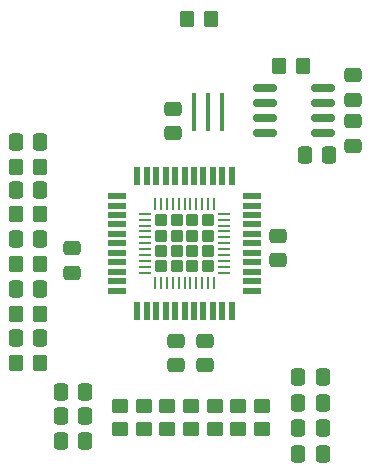
<source format=gbr>
%TF.GenerationSoftware,KiCad,Pcbnew,(6.0.9)*%
%TF.CreationDate,2024-03-01T19:09:02+01:00*%
%TF.ProjectId,HMW-IO-12-FM,484d572d-494f-42d3-9132-2d464d2e6b69,rev?*%
%TF.SameCoordinates,Original*%
%TF.FileFunction,Paste,Bot*%
%TF.FilePolarity,Positive*%
%FSLAX46Y46*%
G04 Gerber Fmt 4.6, Leading zero omitted, Abs format (unit mm)*
G04 Created by KiCad (PCBNEW (6.0.9)) date 2024-03-01 19:09:02*
%MOMM*%
%LPD*%
G01*
G04 APERTURE LIST*
G04 Aperture macros list*
%AMRoundRect*
0 Rectangle with rounded corners*
0 $1 Rounding radius*
0 $2 $3 $4 $5 $6 $7 $8 $9 X,Y pos of 4 corners*
0 Add a 4 corners polygon primitive as box body*
4,1,4,$2,$3,$4,$5,$6,$7,$8,$9,$2,$3,0*
0 Add four circle primitives for the rounded corners*
1,1,$1+$1,$2,$3*
1,1,$1+$1,$4,$5*
1,1,$1+$1,$6,$7*
1,1,$1+$1,$8,$9*
0 Add four rect primitives between the rounded corners*
20,1,$1+$1,$2,$3,$4,$5,0*
20,1,$1+$1,$4,$5,$6,$7,0*
20,1,$1+$1,$6,$7,$8,$9,0*
20,1,$1+$1,$8,$9,$2,$3,0*%
G04 Aperture macros list end*
%ADD10RoundRect,0.250000X-0.337500X-0.475000X0.337500X-0.475000X0.337500X0.475000X-0.337500X0.475000X0*%
%ADD11RoundRect,0.250000X0.450000X-0.350000X0.450000X0.350000X-0.450000X0.350000X-0.450000X-0.350000X0*%
%ADD12R,0.400000X3.200000*%
%ADD13RoundRect,0.250000X-0.350000X-0.450000X0.350000X-0.450000X0.350000X0.450000X-0.350000X0.450000X0*%
%ADD14RoundRect,0.250000X0.337500X0.475000X-0.337500X0.475000X-0.337500X-0.475000X0.337500X-0.475000X0*%
%ADD15RoundRect,0.250000X-0.475000X0.337500X-0.475000X-0.337500X0.475000X-0.337500X0.475000X0.337500X0*%
%ADD16R,0.550000X1.500000*%
%ADD17R,1.500000X0.550000*%
%ADD18RoundRect,0.250000X0.475000X-0.337500X0.475000X0.337500X-0.475000X0.337500X-0.475000X-0.337500X0*%
%ADD19RoundRect,0.250000X0.350000X0.450000X-0.350000X0.450000X-0.350000X-0.450000X0.350000X-0.450000X0*%
%ADD20RoundRect,0.250000X-0.275000X0.275000X-0.275000X-0.275000X0.275000X-0.275000X0.275000X0.275000X0*%
%ADD21RoundRect,0.062500X-0.062500X0.475000X-0.062500X-0.475000X0.062500X-0.475000X0.062500X0.475000X0*%
%ADD22RoundRect,0.062500X-0.475000X0.062500X-0.475000X-0.062500X0.475000X-0.062500X0.475000X0.062500X0*%
%ADD23RoundRect,0.150000X-0.825000X-0.150000X0.825000X-0.150000X0.825000X0.150000X-0.825000X0.150000X0*%
G04 APERTURE END LIST*
D10*
%TO.C,C2*%
X138762500Y-89500000D03*
X140837500Y-89500000D03*
%TD*%
D11*
%TO.C,R4*%
X149800000Y-88500000D03*
X149800000Y-86500000D03*
%TD*%
D12*
%TO.C,Q1*%
X152450000Y-61600000D03*
X151250000Y-61600000D03*
X150050000Y-61600000D03*
%TD*%
D10*
%TO.C,C4*%
X138762500Y-85300000D03*
X140837500Y-85300000D03*
%TD*%
%TO.C,C3*%
X138762500Y-87400000D03*
X140837500Y-87400000D03*
%TD*%
D13*
%TO.C,R12*%
X135000000Y-66250000D03*
X137000000Y-66250000D03*
%TD*%
D14*
%TO.C,C1*%
X160937500Y-84100000D03*
X158862500Y-84100000D03*
%TD*%
D15*
%TO.C,C23*%
X157200000Y-72125000D03*
X157200000Y-74200000D03*
%TD*%
D10*
%TO.C,C9*%
X134962500Y-76600000D03*
X137037500Y-76600000D03*
%TD*%
D16*
%TO.C,IC1*%
X145250000Y-67050000D03*
X146050000Y-67050000D03*
X146850000Y-67050000D03*
X147650000Y-67050000D03*
X148450000Y-67050000D03*
X149250000Y-67050000D03*
X150050000Y-67050000D03*
X150850000Y-67050000D03*
X151650000Y-67050000D03*
X152450000Y-67050000D03*
X153250000Y-67050000D03*
D17*
X154950000Y-68750000D03*
X154950000Y-69550000D03*
X154950000Y-70350000D03*
X154950000Y-71150000D03*
X154950000Y-71950000D03*
X154950000Y-72750000D03*
X154950000Y-73550000D03*
X154950000Y-74350000D03*
X154950000Y-75150000D03*
X154950000Y-75950000D03*
X154950000Y-76750000D03*
D16*
X153250000Y-78450000D03*
X152450000Y-78450000D03*
X151650000Y-78450000D03*
X150850000Y-78450000D03*
X150050000Y-78450000D03*
X149250000Y-78450000D03*
X148450000Y-78450000D03*
X147650000Y-78450000D03*
X146850000Y-78450000D03*
X146050000Y-78450000D03*
X145250000Y-78450000D03*
D17*
X143550000Y-76750000D03*
X143550000Y-75950000D03*
X143550000Y-75150000D03*
X143550000Y-74350000D03*
X143550000Y-73550000D03*
X143550000Y-72750000D03*
X143550000Y-71950000D03*
X143550000Y-71150000D03*
X143550000Y-70350000D03*
X143550000Y-69550000D03*
X143550000Y-68750000D03*
%TD*%
D14*
%TO.C,C27*%
X161500000Y-65250000D03*
X159425000Y-65250000D03*
%TD*%
D11*
%TO.C,R5*%
X147800000Y-88500000D03*
X147800000Y-86500000D03*
%TD*%
D18*
%TO.C,C13*%
X148500000Y-83075000D03*
X148500000Y-81000000D03*
%TD*%
D10*
%TO.C,C11*%
X134962500Y-68200000D03*
X137037500Y-68200000D03*
%TD*%
%TO.C,C12*%
X134962500Y-64200000D03*
X137037500Y-64200000D03*
%TD*%
%TO.C,C8*%
X134962500Y-80800000D03*
X137037500Y-80800000D03*
%TD*%
D13*
%TO.C,R8*%
X135000000Y-82900000D03*
X137000000Y-82900000D03*
%TD*%
D19*
%TO.C,R13*%
X151500000Y-53750000D03*
X149500000Y-53750000D03*
%TD*%
D14*
%TO.C,C7*%
X160937500Y-90600000D03*
X158862500Y-90600000D03*
%TD*%
D18*
%TO.C,C25*%
X139700000Y-75237500D03*
X139700000Y-73162500D03*
%TD*%
D20*
%TO.C,IC2*%
X151200000Y-70800000D03*
X148600000Y-73400000D03*
X149900000Y-70800000D03*
X151200000Y-74700000D03*
X151200000Y-73400000D03*
X147300000Y-72100000D03*
X149900000Y-72100000D03*
X148600000Y-72100000D03*
X149900000Y-74700000D03*
X147300000Y-74700000D03*
X148600000Y-74700000D03*
X151200000Y-72100000D03*
X149900000Y-73400000D03*
X147300000Y-70800000D03*
X147300000Y-73400000D03*
X148600000Y-70800000D03*
D21*
X146750000Y-69412500D03*
X147250000Y-69412500D03*
X147750000Y-69412500D03*
X148250000Y-69412500D03*
X148750000Y-69412500D03*
X149250000Y-69412500D03*
X149750000Y-69412500D03*
X150250000Y-69412500D03*
X150750000Y-69412500D03*
X151250000Y-69412500D03*
X151750000Y-69412500D03*
D22*
X152587500Y-70250000D03*
X152587500Y-70750000D03*
X152587500Y-71250000D03*
X152587500Y-71750000D03*
X152587500Y-72250000D03*
X152587500Y-72750000D03*
X152587500Y-73250000D03*
X152587500Y-73750000D03*
X152587500Y-74250000D03*
X152587500Y-74750000D03*
X152587500Y-75250000D03*
D21*
X151750000Y-76087500D03*
X151250000Y-76087500D03*
X150750000Y-76087500D03*
X150250000Y-76087500D03*
X149750000Y-76087500D03*
X149250000Y-76087500D03*
X148750000Y-76087500D03*
X148250000Y-76087500D03*
X147750000Y-76087500D03*
X147250000Y-76087500D03*
X146750000Y-76087500D03*
D22*
X145912500Y-75250000D03*
X145912500Y-74750000D03*
X145912500Y-74250000D03*
X145912500Y-73750000D03*
X145912500Y-73250000D03*
X145912500Y-72750000D03*
X145912500Y-72250000D03*
X145912500Y-71750000D03*
X145912500Y-71250000D03*
X145912500Y-70750000D03*
X145912500Y-70250000D03*
%TD*%
D10*
%TO.C,C10*%
X134962500Y-72400000D03*
X137037500Y-72400000D03*
%TD*%
D18*
%TO.C,C15*%
X163500000Y-60575000D03*
X163500000Y-58500000D03*
%TD*%
%TO.C,C26*%
X148300000Y-63437500D03*
X148300000Y-61362500D03*
%TD*%
D13*
%TO.C,R10*%
X135000000Y-74500000D03*
X137000000Y-74500000D03*
%TD*%
D15*
%TO.C,C14*%
X163500000Y-62425000D03*
X163500000Y-64500000D03*
%TD*%
D13*
%TO.C,R15*%
X157250000Y-57750000D03*
X159250000Y-57750000D03*
%TD*%
D11*
%TO.C,R1*%
X155800000Y-88500000D03*
X155800000Y-86500000D03*
%TD*%
%TO.C,R3*%
X151800000Y-88500000D03*
X151800000Y-86500000D03*
%TD*%
D14*
%TO.C,C5*%
X160937500Y-86300000D03*
X158862500Y-86300000D03*
%TD*%
D23*
%TO.C,IC3*%
X156025000Y-63405000D03*
X156025000Y-62135000D03*
X156025000Y-60865000D03*
X156025000Y-59595000D03*
X160975000Y-59595000D03*
X160975000Y-60865000D03*
X160975000Y-62135000D03*
X160975000Y-63405000D03*
%TD*%
D11*
%TO.C,R7*%
X143800000Y-88500000D03*
X143800000Y-86500000D03*
%TD*%
D15*
%TO.C,C24*%
X151000000Y-81000000D03*
X151000000Y-83075000D03*
%TD*%
D13*
%TO.C,R11*%
X135000000Y-70300000D03*
X137000000Y-70300000D03*
%TD*%
%TO.C,R9*%
X135000000Y-78700000D03*
X137000000Y-78700000D03*
%TD*%
D11*
%TO.C,R2*%
X153800000Y-88500000D03*
X153800000Y-86500000D03*
%TD*%
D14*
%TO.C,C6*%
X160937500Y-88400000D03*
X158862500Y-88400000D03*
%TD*%
D11*
%TO.C,R6*%
X145800000Y-88500000D03*
X145800000Y-86500000D03*
%TD*%
M02*

</source>
